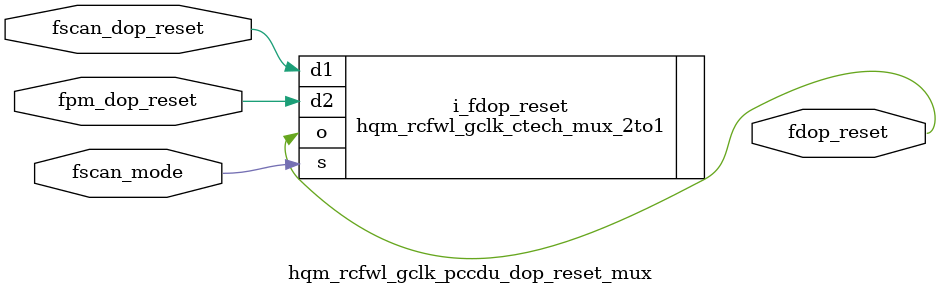
<source format=sv>

module hqm_rcfwl_gclk_pccdu_dop_reset_mux (
    // DOP functional controls
    input  logic fpm_dop_reset,     // functional clock divider alignment reset

    // scan dop controls
    input logic fscan_dop_reset,    // dop divisor reset in scan mode
    // scan controls
    input  logic fscan_mode,        // at-speed scan mode active when set

    // outputs
    output logic fdop_reset
  );

  hqm_rcfwl_gclk_ctech_mux_2to1 i_fdop_reset (.d1(fscan_dop_reset), .d2(fpm_dop_reset), .s(fscan_mode), .o(fdop_reset) );
  
endmodule

</source>
